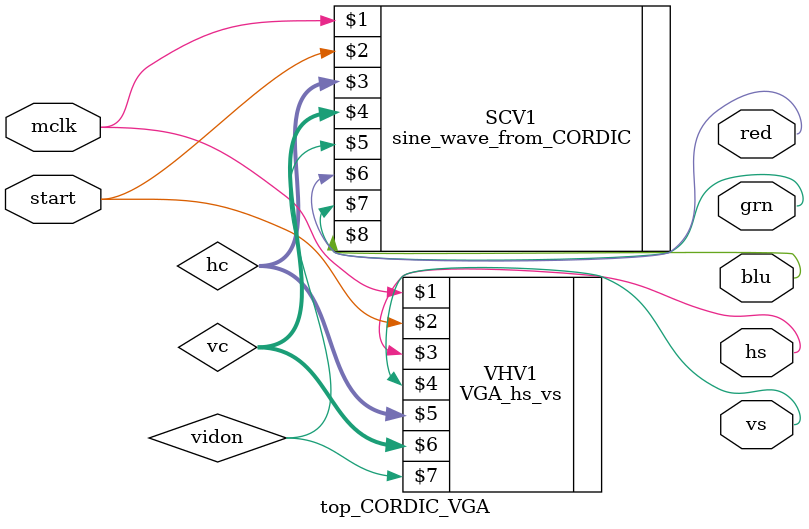
<source format=v>
module top_CORDIC_VGA(mclk,
                      start,
                      hs,
                      vs,
                      red,
                      grn,
                      blu);
    input mclk, start;
    output hs, vs;
    output red, grn, blu;
    wire [9:0] hc , vc ; // These are the Horizontal and Vertical counters
    wire vidon; // Tells whether or not it is ok to display data
    VGA_hs_vs VHV1 (mclk, start, hs, vs, hc, vc, vidon);
    sine_wave_from_CORDIC SCV1(mclk, start, hc, vc, vidon, red, grn, blu);
endmodule

</source>
